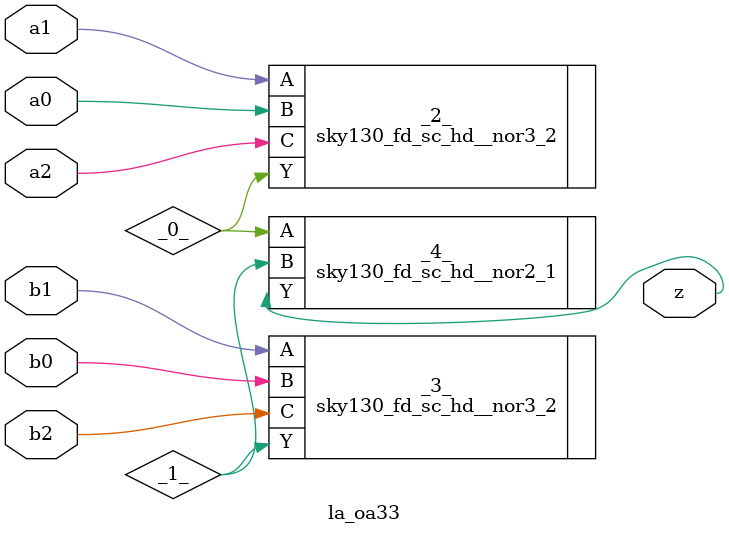
<source format=v>
/* Generated by Yosys 0.37 (git sha1 a5c7f69ed, clang 14.0.0-1ubuntu1.1 -fPIC -Os) */

module la_oa33(a0, a1, a2, b0, b1, b2, z);
  wire _0_;
  wire _1_;
  input a0;
  wire a0;
  input a1;
  wire a1;
  input a2;
  wire a2;
  input b0;
  wire b0;
  input b1;
  wire b1;
  input b2;
  wire b2;
  output z;
  wire z;
  sky130_fd_sc_hd__nor3_2 _2_ (
    .A(a1),
    .B(a0),
    .C(a2),
    .Y(_0_)
  );
  sky130_fd_sc_hd__nor3_2 _3_ (
    .A(b1),
    .B(b0),
    .C(b2),
    .Y(_1_)
  );
  sky130_fd_sc_hd__nor2_1 _4_ (
    .A(_0_),
    .B(_1_),
    .Y(z)
  );
endmodule

</source>
